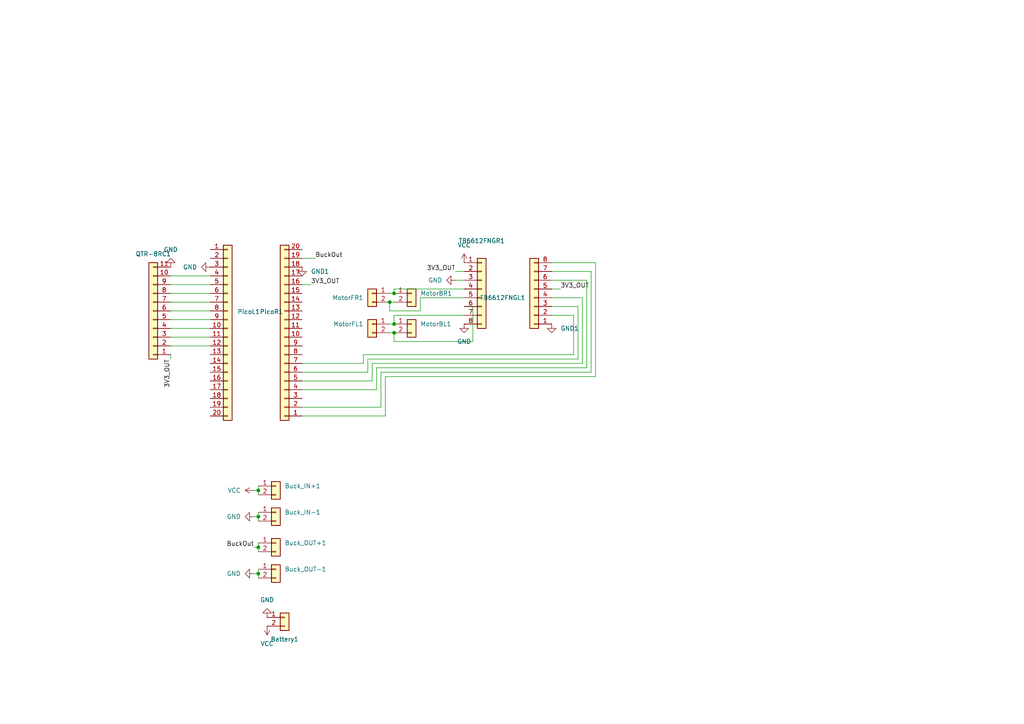
<source format=kicad_sch>
(kicad_sch (version 20250114) (generator "eeschema") (generator_version "9.0")
  (paper "A4")
  (lib_symbols
    (symbol "Connector_Generic:Conn_01x02" (pin_names (offset 1.016) (hide yes))
      (property "Reference" "J" (at 0 2.54 0))
      (property "Value" "Conn_01x02" (at 0 -5.08 0))
      (symbol "Conn_01x02_1_1"
        (rectangle (start -1.27 1.27) (end 1.27 -3.81) (stroke (width 0.254)) (fill (type background)))
        (rectangle (start -1.27 0.127) (end 0 -0.127) (stroke (width 0.1524)))
        (rectangle (start -1.27 -2.413) (end 0 -2.667) (stroke (width 0.1524)))
        (pin passive line (at -5.08 0 0) (length 3.81) (name "Pin_1") (number "1"))
        (pin passive line (at -5.08 -2.54 0) (length 3.81) (name "Pin_2") (number "2"))
      )
    )
    (symbol "Connector_Generic:Conn_01x08" (pin_names (offset 1.016) (hide yes))
      (property "Reference" "J" (at 0 10.16 0))
      (property "Value" "Conn_01x08" (at 0 -12.7 0))
      (symbol "Conn_01x08_1_1"
        (rectangle (start -1.27 8.89) (end 1.27 -11.43) (stroke (width 0.254)) (fill (type background)))
        (rectangle (start -1.27 7.747) (end 0 7.493) (stroke (width 0.1524)))
        (rectangle (start -1.27 5.207) (end 0 4.953) (stroke (width 0.1524)))
        (rectangle (start -1.27 2.667) (end 0 2.413) (stroke (width 0.1524)))
        (rectangle (start -1.27 0.127) (end 0 -0.127) (stroke (width 0.1524)))
        (rectangle (start -1.27 -2.413) (end 0 -2.667) (stroke (width 0.1524)))
        (rectangle (start -1.27 -4.953) (end 0 -5.207) (stroke (width 0.1524)))
        (rectangle (start -1.27 -7.493) (end 0 -7.747) (stroke (width 0.1524)))
        (rectangle (start -1.27 -10.033) (end 0 -10.287) (stroke (width 0.1524)))
        (pin passive line (at -5.08 7.62 0) (length 3.81) (name "Pin_1") (number "1"))
        (pin passive line (at -5.08 5.08 0) (length 3.81) (name "Pin_2") (number "2"))
        (pin passive line (at -5.08 2.54 0) (length 3.81) (name "Pin_3") (number "3"))
        (pin passive line (at -5.08 0 0) (length 3.81) (name "Pin_4") (number "4"))
        (pin passive line (at -5.08 -2.54 0) (length 3.81) (name "Pin_5") (number "5"))
        (pin passive line (at -5.08 -5.08 0) (length 3.81) (name "Pin_6") (number "6"))
        (pin passive line (at -5.08 -7.62 0) (length 3.81) (name "Pin_7") (number "7"))
        (pin passive line (at -5.08 -10.16 0) (length 3.81) (name "Pin_8") (number "8"))
      )
    )
    (symbol "Connector_Generic:Conn_01x11" (pin_names (offset 1.016) (hide yes))
      (property "Reference" "J" (at 0 15.24 0))
      (property "Value" "Conn_01x11" (at 0 -15.24 0))
      (symbol "Conn_01x11_1_1"
        (rectangle (start -1.27 13.97) (end 1.27 -13.97) (stroke (width 0.254)) (fill (type background)))
        (rectangle (start -1.27 12.827) (end 0 12.573) (stroke (width 0.1524)))
        (rectangle (start -1.27 10.287) (end 0 10.033) (stroke (width 0.1524)))
        (rectangle (start -1.27 7.747) (end 0 7.493) (stroke (width 0.1524)))
        (rectangle (start -1.27 5.207) (end 0 4.953) (stroke (width 0.1524)))
        (rectangle (start -1.27 2.667) (end 0 2.413) (stroke (width 0.1524)))
        (rectangle (start -1.27 0.127) (end 0 -0.127) (stroke (width 0.1524)))
        (rectangle (start -1.27 -2.413) (end 0 -2.667) (stroke (width 0.1524)))
        (rectangle (start -1.27 -4.953) (end 0 -5.207) (stroke (width 0.1524)))
        (rectangle (start -1.27 -7.493) (end 0 -7.747) (stroke (width 0.1524)))
        (rectangle (start -1.27 -10.033) (end 0 -10.287) (stroke (width 0.1524)))
        (rectangle (start -1.27 -12.573) (end 0 -12.827) (stroke (width 0.1524)))
        (pin passive line (at -5.08 12.7 0) (length 3.81) (name "Pin_1") (number "1"))
        (pin passive line (at -5.08 10.16 0) (length 3.81) (name "Pin_2") (number "2"))
        (pin passive line (at -5.08 7.62 0) (length 3.81) (name "Pin_3") (number "3"))
        (pin passive line (at -5.08 5.08 0) (length 3.81) (name "Pin_4") (number "4"))
        (pin passive line (at -5.08 2.54 0) (length 3.81) (name "Pin_5") (number "5"))
        (pin passive line (at -5.08 0 0) (length 3.81) (name "Pin_6") (number "6"))
        (pin passive line (at -5.08 -2.54 0) (length 3.81) (name "Pin_7") (number "7"))
        (pin passive line (at -5.08 -5.08 0) (length 3.81) (name "Pin_8") (number "8"))
        (pin passive line (at -5.08 -7.62 0) (length 3.81) (name "Pin_9") (number "9"))
        (pin passive line (at -5.08 -10.16 0) (length 3.81) (name "Pin_10") (number "10"))
        (pin passive line (at -5.08 -12.7 0) (length 3.81) (name "Pin_11") (number "11"))
      )
    )
    (symbol "Connector_Generic:Conn_01x20" (pin_names (offset 1.016) (hide yes))
      (property "Reference" "J" (at 0 25.4 0))
      (property "Value" "Conn_01x20" (at 0 -27.94 0))
      (symbol "Conn_01x20_1_1"
        (rectangle (start -1.27 24.13) (end 1.27 -26.67) (stroke (width 0.254)) (fill (type background)))
        (rectangle (start -1.27 22.987) (end 0 22.733) (stroke (width 0.1524)))
        (rectangle (start -1.27 20.447) (end 0 20.193) (stroke (width 0.1524)))
        (rectangle (start -1.27 17.907) (end 0 17.653) (stroke (width 0.1524)))
        (rectangle (start -1.27 15.367) (end 0 15.113) (stroke (width 0.1524)))
        (rectangle (start -1.27 12.827) (end 0 12.573) (stroke (width 0.1524)))
        (rectangle (start -1.27 10.287) (end 0 10.033) (stroke (width 0.1524)))
        (rectangle (start -1.27 7.747) (end 0 7.493) (stroke (width 0.1524)))
        (rectangle (start -1.27 5.207) (end 0 4.953) (stroke (width 0.1524)))
        (rectangle (start -1.27 2.667) (end 0 2.413) (stroke (width 0.1524)))
        (rectangle (start -1.27 0.127) (end 0 -0.127) (stroke (width 0.1524)))
        (rectangle (start -1.27 -2.413) (end 0 -2.667) (stroke (width 0.1524)))
        (rectangle (start -1.27 -4.953) (end 0 -5.207) (stroke (width 0.1524)))
        (rectangle (start -1.27 -7.493) (end 0 -7.747) (stroke (width 0.1524)))
        (rectangle (start -1.27 -10.033) (end 0 -10.287) (stroke (width 0.1524)))
        (rectangle (start -1.27 -12.573) (end 0 -12.827) (stroke (width 0.1524)))
        (rectangle (start -1.27 -15.113) (end 0 -15.367) (stroke (width 0.1524)))
        (rectangle (start -1.27 -17.653) (end 0 -17.907) (stroke (width 0.1524)))
        (rectangle (start -1.27 -20.193) (end 0 -20.447) (stroke (width 0.1524)))
        (rectangle (start -1.27 -22.733) (end 0 -22.987) (stroke (width 0.1524)))
        (rectangle (start -1.27 -25.273) (end 0 -25.527) (stroke (width 0.1524)))
        (pin passive line (at -5.08 22.86 0) (length 3.81) (name "Pin_1") (number "1"))
        (pin passive line (at -5.08 20.32 0) (length 3.81) (name "Pin_2") (number "2"))
        (pin passive line (at -5.08 17.78 0) (length 3.81) (name "Pin_3") (number "3"))
        (pin passive line (at -5.08 15.24 0) (length 3.81) (name "Pin_4") (number "4"))
        (pin passive line (at -5.08 12.7 0) (length 3.81) (name "Pin_5") (number "5"))
        (pin passive line (at -5.08 10.16 0) (length 3.81) (name "Pin_6") (number "6"))
        (pin passive line (at -5.08 7.62 0) (length 3.81) (name "Pin_7") (number "7"))
        (pin passive line (at -5.08 5.08 0) (length 3.81) (name "Pin_8") (number "8"))
        (pin passive line (at -5.08 2.54 0) (length 3.81) (name "Pin_9") (number "9"))
        (pin passive line (at -5.08 0 0) (length 3.81) (name "Pin_10") (number "10"))
        (pin passive line (at -5.08 -2.54 0) (length 3.81) (name "Pin_11") (number "11"))
        (pin passive line (at -5.08 -5.08 0) (length 3.81) (name "Pin_12") (number "12"))
        (pin passive line (at -5.08 -7.62 0) (length 3.81) (name "Pin_13") (number "13"))
        (pin passive line (at -5.08 -10.16 0) (length 3.81) (name "Pin_14") (number "14"))
        (pin passive line (at -5.08 -12.7 0) (length 3.81) (name "Pin_15") (number "15"))
        (pin passive line (at -5.08 -15.24 0) (length 3.81) (name "Pin_16") (number "16"))
        (pin passive line (at -5.08 -17.78 0) (length 3.81) (name "Pin_17") (number "17"))
        (pin passive line (at -5.08 -20.32 0) (length 3.81) (name "Pin_18") (number "18"))
        (pin passive line (at -5.08 -22.86 0) (length 3.81) (name "Pin_19") (number "19"))
        (pin passive line (at -5.08 -25.4 0) (length 3.81) (name "Pin_20") (number "20"))
      )
    )
    (symbol "power:GND" (power) (pin_numbers (hide yes)) (pin_names (offset 0) (hide yes))
      (property "Value" "GND" (at 0 -3.81 0))
      (symbol "GND_0_1"
        (polyline (pts (xy 0 0) (xy 0 -1.27) (xy 1.27 -1.27) (xy 0 -2.54) (xy -1.27 -1.27) (xy 0 -1.27)))
      )
      (symbol "GND_1_1"
        (pin power_in line (at 0 0 270) (length 0) (name "~") (number "1"))
      )
    )
    (symbol "power:VCC" (power) (pin_numbers (hide yes)) (pin_names (offset 0) (hide yes))
      (property "Value" "VCC" (at 0 3.556 0))
      (symbol "VCC_0_1"
        (polyline (pts (xy -0.762 1.27) (xy 0 2.54)))
        (polyline (pts (xy 0 2.54) (xy 0.762 1.27)))
        (polyline (pts (xy 0 0) (xy 0 2.54)))
      )
      (symbol "VCC_1_1"
        (pin power_in line (at 0 0 90) (length 0) (name "~") (number "1"))
      )
    )
  )
  (junction (at 74.93 142.24))
  (junction (at 114.3 85.09))
  (junction (at 74.93 149.86))
  (junction (at 113.03 87.63))
  (junction (at 114.3 93.98))
  (junction (at 114.3 96.52))
  (junction (at 74.93 158.75))
  (junction (at 74.93 166.37))
  (wire (pts (xy 170.18 106.68) (xy 170.18 81.28)))
  (wire (pts (xy 74.93 149.86) (xy 74.93 151.13)))
  (wire (pts (xy 114.3 99.06) (xy 114.3 96.52)))
  (wire (pts (xy 87.63 120.65) (xy 111.76 120.65)))
  (wire (pts (xy 74.93 158.75) (xy 74.93 160.02)))
  (wire (pts (xy 107.95 110.49) (xy 107.95 105.41)))
  (wire (pts (xy 73.66 142.24) (xy 74.93 142.24)))
  (wire (pts (xy 132.08 78.74) (xy 134.62 78.74)))
  (wire (pts (xy 171.45 78.74) (xy 160.02 78.74)))
  (wire (pts (xy 73.66 149.86) (xy 74.93 149.86)))
  (wire (pts (xy 87.63 105.41) (xy 105.41 105.41)))
  (wire (pts (xy 168.91 86.36) (xy 160.02 86.36)))
  (wire (pts (xy 170.18 81.28) (xy 160.02 81.28)))
  (wire (pts (xy 114.3 87.63) (xy 113.03 87.63)))
  (wire (pts (xy 107.95 105.41) (xy 168.91 105.41)))
  (wire (pts (xy 132.08 81.28) (xy 134.62 81.28)))
  (wire (pts (xy 109.22 113.03) (xy 109.22 106.68)))
  (wire (pts (xy 114.3 91.44) (xy 134.62 91.44)))
  (wire (pts (xy 121.92 86.36) (xy 121.92 90.17)))
  (wire (pts (xy 134.62 86.36) (xy 121.92 86.36)))
  (wire (pts (xy 90.17 82.55) (xy 87.63 82.55)))
  (wire (pts (xy 114.3 83.82) (xy 114.3 85.09)))
  (wire (pts (xy 113.03 90.17) (xy 113.03 87.63)))
  (wire (pts (xy 73.66 158.75) (xy 74.93 158.75)))
  (wire (pts (xy 49.53 90.17) (xy 60.96 90.17)))
  (wire (pts (xy 137.16 88.9) (xy 137.16 99.06)))
  (wire (pts (xy 49.53 92.71) (xy 60.96 92.71)))
  (wire (pts (xy 114.3 96.52) (xy 113.03 96.52)))
  (wire (pts (xy 74.93 140.97) (xy 74.93 142.24)))
  (wire (pts (xy 49.53 82.55) (xy 60.96 82.55)))
  (wire (pts (xy 74.93 166.37) (xy 74.93 167.64)))
  (wire (pts (xy 172.72 76.2) (xy 160.02 76.2)))
  (wire (pts (xy 49.53 95.25) (xy 60.96 95.25)))
  (wire (pts (xy 114.3 91.44) (xy 114.3 93.98)))
  (wire (pts (xy 111.76 120.65) (xy 111.76 109.22)))
  (wire (pts (xy 49.53 104.14) (xy 49.53 102.87)))
  (wire (pts (xy 49.53 87.63) (xy 60.96 87.63)))
  (wire (pts (xy 137.16 99.06) (xy 114.3 99.06)))
  (wire (pts (xy 73.66 166.37) (xy 74.93 166.37)))
  (wire (pts (xy 49.53 97.79) (xy 60.96 97.79)))
  (wire (pts (xy 134.62 83.82) (xy 114.3 83.82)))
  (wire (pts (xy 105.41 105.41) (xy 105.41 102.87)))
  (wire (pts (xy 87.63 118.11) (xy 110.49 118.11)))
  (wire (pts (xy 74.93 142.24) (xy 74.93 143.51)))
  (wire (pts (xy 110.49 107.95) (xy 171.45 107.95)))
  (wire (pts (xy 110.49 118.11) (xy 110.49 107.95)))
  (wire (pts (xy 167.64 104.14) (xy 167.64 88.9)))
  (wire (pts (xy 87.63 110.49) (xy 107.95 110.49)))
  (wire (pts (xy 111.76 109.22) (xy 172.72 109.22)))
  (wire (pts (xy 105.41 102.87) (xy 166.37 102.87)))
  (wire (pts (xy 114.3 93.98) (xy 113.03 93.98)))
  (wire (pts (xy 74.93 157.48) (xy 74.93 158.75)))
  (wire (pts (xy 49.53 80.01) (xy 60.96 80.01)))
  (wire (pts (xy 106.68 104.14) (xy 167.64 104.14)))
  (wire (pts (xy 171.45 107.95) (xy 171.45 78.74)))
  (wire (pts (xy 172.72 109.22) (xy 172.72 76.2)))
  (wire (pts (xy 91.44 74.93) (xy 87.63 74.93)))
  (wire (pts (xy 162.56 83.82) (xy 160.02 83.82)))
  (wire (pts (xy 134.62 88.9) (xy 137.16 88.9)))
  (wire (pts (xy 109.22 106.68) (xy 170.18 106.68)))
  (wire (pts (xy 74.93 148.59) (xy 74.93 149.86)))
  (wire (pts (xy 121.92 90.17) (xy 113.03 90.17)))
  (wire (pts (xy 168.91 105.41) (xy 168.91 86.36)))
  (wire (pts (xy 167.64 88.9) (xy 160.02 88.9)))
  (wire (pts (xy 114.3 85.09) (xy 113.03 85.09)))
  (wire (pts (xy 49.53 100.33) (xy 60.96 100.33)))
  (wire (pts (xy 166.37 91.44) (xy 160.02 91.44)))
  (wire (pts (xy 74.93 165.1) (xy 74.93 166.37)))
  (wire (pts (xy 49.53 85.09) (xy 60.96 85.09)))
  (wire (pts (xy 166.37 102.87) (xy 166.37 91.44)))
  (wire (pts (xy 106.68 107.95) (xy 106.68 104.14)))
  (wire (pts (xy 87.63 113.03) (xy 109.22 113.03)))
  (wire (pts (xy 87.63 107.95) (xy 106.68 107.95)))
  (label "3V3_OUT" (at 132.08 78.74 180))
  (label "BuckOut" (at 73.66 158.75 180))
  (label "3V3_OUT" (at 49.53 104.14 270))
  (label "3V3_OUT" (at 162.56 83.82 0))
  (label "BuckOut" (at 91.44 74.93 0))
  (label "3V3_OUT" (at 90.17 82.55 0))
  (symbol (lib_id "Connector_Generic:Conn_01x02") (at 80.01 165.1 0) (unit 1)
    (property "Reference" "Buck_OUT-1" (at 82.55 165.0999 0) (effects (justify left)))
    (property "Value" "Conn_01x02" (effects (hide yes)))
    (property "Footprint" "Connector_PinHeader_2.54mm:PinHeader_1x02_P2.54mm_Vertical" (effects (hide yes)))
    (property "Description" "Generic connector, single row, 01x02, script generated (kicad-library-utils/schlib/autogen/connector/)" (effects (hide yes)))
  )
  (symbol (lib_id "power:VCC") (at 73.66 142.24 90) (mirror x) (unit 1)
    (property "Reference" "#PWR014" (effects (hide yes)))
    (property "Value" "VCC" (at 69.85 142.2399 90) (effects (justify left)))
    (property "Description" "Power symbol creates a global label with name \"VCC\"" (effects (hide yes)))
  )
  (symbol (lib_id "power:VCC") (at 134.62 76.2 0) (unit 1)
    (property "Reference" "#PWR011" (effects (hide yes)))
    (property "Value" "VCC" (at 134.62 71.12 0))
    (property "Description" "Power symbol creates a global label with name \"VCC\"" (effects (hide yes)))
  )
  (symbol (lib_id "Connector_Generic:Conn_01x02") (at 82.55 179.07 0) (unit 1)
    (property "Reference" "Battery1" (at 82.55 185.42 0))
    (property "Value" "Conn_01x02" (effects (hide yes)))
    (property "Footprint" "TerminalBlock_Phoenix:TerminalBlock_Phoenix_MKDS-1,5-2-5.08_1x02_P5.08mm_Horizontal" (effects (hide yes)))
    (property "Description" "Generic connector, single row, 01x02, script generated (kicad-library-utils/schlib/autogen/connector/)" (effects (hide yes)))
  )
  (symbol (lib_id "power:GND") (at 87.63 77.47 0) (unit 1)
    (property "Reference" "#PWR04" (effects (hide yes)))
    (property "Value" "GND1" (at 90.17 78.7399 0) (effects (justify left)))
    (property "Description" "Power symbol creates a global label with name \"GND\" , ground" (effects (hide yes)))
  )
  (symbol (lib_id "Connector_Generic:Conn_01x02") (at 119.38 93.98 0) (unit 1)
    (property "Reference" "MotorBL1" (at 121.92 93.9799 0) (effects (justify left)))
    (property "Value" "Conn_01x02" (effects (hide yes)))
    (property "Footprint" "TerminalBlock_Phoenix:TerminalBlock_Phoenix_MKDS-1,5-2-5.08_1x02_P5.08mm_Horizontal" (effects (hide yes)))
    (property "Description" "Generic connector, single row, 01x02, script generated (kicad-library-utils/schlib/autogen/connector/)" (effects (hide yes)))
  )
  (symbol (lib_id "power:GND") (at 73.66 149.86 270) (unit 1)
    (property "Reference" "#PWR013" (effects (hide yes)))
    (property "Value" "GND" (at 69.85 149.8599 90) (effects (justify right)))
    (property "Description" "Power symbol creates a global label with name \"GND\" , ground" (effects (hide yes)))
  )
  (symbol (lib_id "Connector_Generic:Conn_01x20") (at 82.55 97.79 180) (unit 1)
    (property "Reference" "PicoR1" (at 78.74 90.424 0))
    (property "Value" "Conn_01x20" (effects (hide yes)))
    (property "Footprint" "Connector_PinHeader_2.54mm:PinHeader_1x20_P2.54mm_Vertical" (effects (hide yes)))
    (property "Description" "Generic connector, single row, 01x20, script generated (kicad-library-utils/schlib/autogen/connector/)" (effects (hide yes)))
  )
  (symbol (lib_id "Connector_Generic:Conn_01x02") (at 80.01 148.59 0) (unit 1)
    (property "Reference" "Buck_IN-1" (at 82.55 148.5899 0) (effects (justify left)))
    (property "Value" "Conn_01x02" (effects (hide yes)))
    (property "Footprint" "Connector_PinHeader_2.54mm:PinHeader_1x02_P2.54mm_Vertical" (effects (hide yes)))
    (property "Description" "Generic connector, single row, 01x02, script generated (kicad-library-utils/schlib/autogen/connector/)" (effects (hide yes)))
  )
  (symbol (lib_id "power:VCC") (at 77.47 181.61 180) (unit 1)
    (property "Reference" "#PWR01" (effects (hide yes)))
    (property "Value" "VCC" (at 77.47 186.69 0))
    (property "Description" "Power symbol creates a global label with name \"VCC\"" (effects (hide yes)))
  )
  (symbol (lib_id "Connector_Generic:Conn_01x02") (at 119.38 85.09 0) (unit 1)
    (property "Reference" "MotorBR1" (at 121.92 85.0899 0) (effects (justify left)))
    (property "Value" "Conn_01x02" (effects (hide yes)))
    (property "Footprint" "TerminalBlock_Phoenix:TerminalBlock_Phoenix_MKDS-1,5-2-5.08_1x02_P5.08mm_Horizontal" (effects (hide yes)))
    (property "Description" "Generic connector, single row, 01x02, script generated (kicad-library-utils/schlib/autogen/connector/)" (effects (hide yes)))
  )
  (symbol (lib_id "power:GND") (at 73.66 166.37 270) (unit 1)
    (property "Reference" "#PWR012" (effects (hide yes)))
    (property "Value" "GND" (at 69.85 166.3699 90) (effects (justify right)))
    (property "Description" "Power symbol creates a global label with name \"GND\" , ground" (effects (hide yes)))
  )
  (symbol (lib_id "power:GND") (at 49.53 77.47 0) (mirror x) (unit 1)
    (property "Reference" "#PWR07" (effects (hide yes)))
    (property "Value" "GND" (at 49.53 72.39 0))
    (property "Description" "Power symbol creates a global label with name \"GND\" , ground" (effects (hide yes)))
  )
  (symbol (lib_id "power:GND") (at 134.62 93.98 0) (unit 1)
    (property "Reference" "#PWR09" (effects (hide yes)))
    (property "Value" "GND" (at 134.62 99.06 0))
    (property "Description" "Power symbol creates a global label with name \"GND\" , ground" (effects (hide yes)))
  )
  (symbol (lib_id "Connector_Generic:Conn_01x11") (at 44.45 90.17 180) (unit 1)
    (property "Reference" "QTR-8RC1" (at 44.45 73.66 0))
    (property "Value" "Conn_01x11" (effects (hide yes)))
    (property "Footprint" "Connector_PinHeader_2.54mm:PinHeader_1x11_P2.54mm_Vertical" (effects (hide yes)))
    (property "Description" "Generic connector, single row, 01x11, script generated (kicad-library-utils/schlib/autogen/connector/)" (effects (hide yes)))
  )
  (symbol (lib_id "power:GND") (at 60.96 77.47 270) (unit 1)
    (property "Reference" "#PWR06" (effects (hide yes)))
    (property "Value" "GND" (at 57.15 77.4699 90) (effects (justify right)))
    (property "Description" "Power symbol creates a global label with name \"GND\" , ground" (effects (hide yes)))
  )
  (symbol (lib_id "Connector_Generic:Conn_01x20") (at 66.04 95.25 0) (unit 1)
    (property "Reference" "PicoL1" (at 68.834 90.424 0) (effects (justify left)))
    (property "Value" "Conn_01x20" (effects (hide yes)))
    (property "Footprint" "Connector_PinHeader_2.54mm:PinHeader_1x20_P2.54mm_Vertical" (effects (hide yes)))
    (property "Description" "Generic connector, single row, 01x20, script generated (kicad-library-utils/schlib/autogen/connector/)" (effects (hide yes)))
  )
  (symbol (lib_id "Connector_Generic:Conn_01x08") (at 154.94 86.36 180) (unit 1)
    (property "Reference" "TB6612FNGL1" (at 152.4 86.3601 0) (effects (justify left)))
    (property "Value" "Conn_01x08" (effects (hide yes)))
    (property "Footprint" "Connector_PinHeader_2.54mm:PinHeader_1x08_P2.54mm_Vertical" (effects (hide yes)))
    (property "Description" "Generic connector, single row, 01x08, script generated (kicad-library-utils/schlib/autogen/connector/)" (effects (hide yes)))
  )
  (symbol (lib_id "Connector_Generic:Conn_01x02") (at 107.95 85.09 0) (mirror y) (unit 1)
    (property "Reference" "MotorFR1" (at 105.41 86.3599 0) (effects (justify left)))
    (property "Value" "Conn_01x02" (effects (hide yes)))
    (property "Footprint" "TerminalBlock_Phoenix:TerminalBlock_Phoenix_MKDS-1,5-2-5.08_1x02_P5.08mm_Horizontal" (effects (hide yes)))
    (property "Description" "Generic connector, single row, 01x02, script generated (kicad-library-utils/schlib/autogen/connector/)" (effects (hide yes)))
  )
  (symbol (lib_id "Connector_Generic:Conn_01x08") (at 139.7 83.82 0) (unit 1)
    (property "Reference" "TB6612FNGR1" (at 139.7 69.85 0))
    (property "Value" "Conn_01x08" (effects (hide yes)))
    (property "Footprint" "Connector_PinHeader_2.54mm:PinHeader_1x08_P2.54mm_Vertical" (effects (hide yes)))
    (property "Description" "Generic connector, single row, 01x08, script generated (kicad-library-utils/schlib/autogen/connector/)" (effects (hide yes)))
  )
  (symbol (lib_id "power:GND") (at 132.08 81.28 270) (unit 1)
    (property "Reference" "#PWR010" (effects (hide yes)))
    (property "Value" "GND" (at 128.27 81.2799 90) (effects (justify right)))
    (property "Description" "Power symbol creates a global label with name \"GND\" , ground" (effects (hide yes)))
  )
  (symbol (lib_id "power:GND") (at 77.47 179.07 180) (unit 1)
    (property "Reference" "#PWR02" (effects (hide yes)))
    (property "Value" "GND" (at 77.47 173.99 0))
    (property "Description" "Power symbol creates a global label with name \"GND\" , ground" (effects (hide yes)))
  )
  (symbol (lib_id "Connector_Generic:Conn_01x02") (at 80.01 140.97 0) (unit 1)
    (property "Reference" "Buck_IN+1" (at 82.55 140.9699 0) (effects (justify left)))
    (property "Value" "Conn_01x02" (effects (hide yes)))
    (property "Footprint" "Connector_PinHeader_2.54mm:PinHeader_1x02_P2.54mm_Vertical" (effects (hide yes)))
    (property "Description" "Generic connector, single row, 01x02, script generated (kicad-library-utils/schlib/autogen/connector/)" (effects (hide yes)))
  )
  (symbol (lib_id "power:GND") (at 160.02 93.98 0) (unit 1)
    (property "Reference" "#PWR08" (effects (hide yes)))
    (property "Value" "GND1" (at 162.56 95.2499 0) (effects (justify left)))
    (property "Description" "Power symbol creates a global label with name \"GND\" , ground" (effects (hide yes)))
  )
  (symbol (lib_id "Connector_Generic:Conn_01x02") (at 107.95 93.98 0) (mirror y) (unit 1)
    (property "Reference" "MotorFL1" (at 105.41 93.9799 0) (effects (justify left)))
    (property "Value" "Conn_01x02" (effects (hide yes)))
    (property "Footprint" "TerminalBlock_Phoenix:TerminalBlock_Phoenix_MKDS-1,5-2-5.08_1x02_P5.08mm_Horizontal" (effects (hide yes)))
    (property "Description" "Generic connector, single row, 01x02, script generated (kicad-library-utils/schlib/autogen/connector/)" (effects (hide yes)))
  )
  (symbol (lib_id "Connector_Generic:Conn_01x02") (at 80.01 157.48 0) (unit 1)
    (property "Reference" "Buck_OUT+1" (at 82.55 157.4799 0) (effects (justify left)))
    (property "Value" "Conn_01x02" (effects (hide yes)))
    (property "Footprint" "Connector_PinHeader_2.54mm:PinHeader_1x02_P2.54mm_Vertical" (effects (hide yes)))
    (property "Description" "Generic connector, single row, 01x02, script generated (kicad-library-utils/schlib/autogen/connector/)" (effects (hide yes)))
  )
)
</source>
